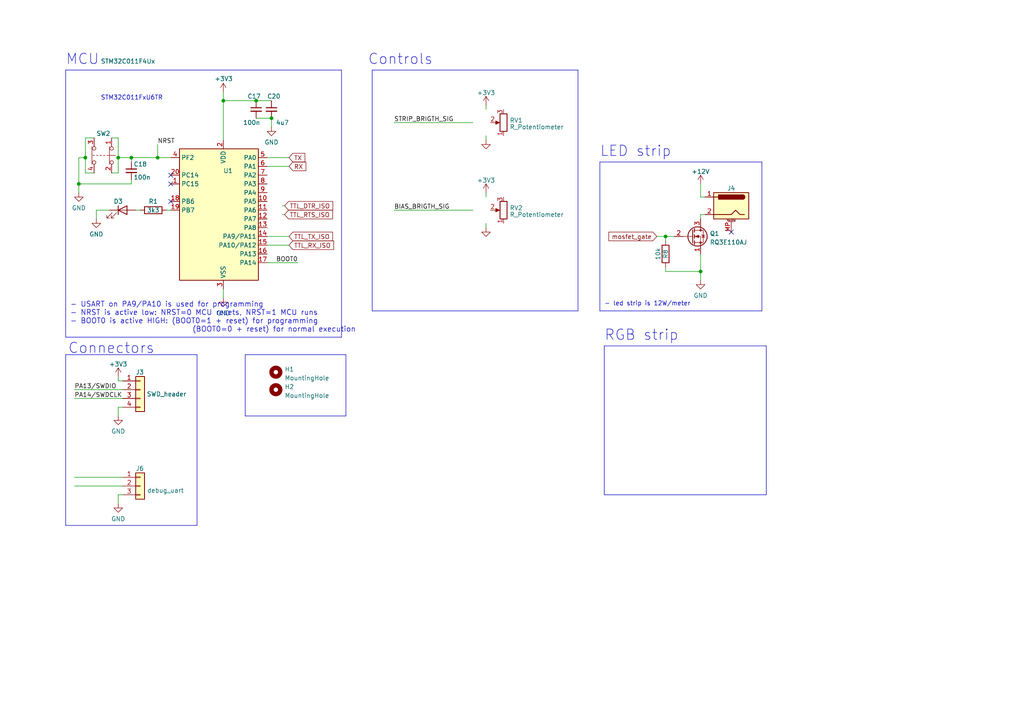
<source format=kicad_sch>
(kicad_sch (version 20230121) (generator eeschema)
  (paper "A4")
  (lib_symbols
    (symbol "Connector:Barrel_Jack_MountingPin" (pin_names hide)
      (property "Reference" "J" (at 0 5.334 0))
      (property "Value" "Barrel_Jack_MountingPin" (at 1.27 -6.35 0))
      (symbol "Barrel_Jack_MountingPin_0_1"
        (rectangle (start -5.08 3.81) (end 5.08 -3.81) (stroke (width 0.254)) (fill (type background)))
        (arc (start -3.302 3.175) (mid -3.9343 2.54) (end -3.302 1.905) (stroke (width 0.254)))
        (arc (start -3.302 3.175) (mid -3.9343 2.54) (end -3.302 1.905) (stroke (width 0.254)) (fill (type outline)))
        (polyline (pts (xy 5.08 2.54) (xy 3.81 2.54)) (stroke (width 0.254)))
        (polyline (pts (xy -3.81 -2.54) (xy -2.54 -2.54) (xy -1.27 -1.27) (xy 0 -2.54) (xy 2.54 -2.54) (xy 5.08 -2.54)) (stroke (width 0.254)))
        (rectangle (start 3.683 3.175) (end -3.302 1.905) (stroke (width 0.254)) (fill (type outline)))
      )
      (symbol "Barrel_Jack_MountingPin_1_1"
        (polyline (pts (xy -1.016 -4.572) (xy 1.016 -4.572)) (stroke (width 0.1524)))
        (text "Mounting" (at 0 -4.191 0) (effects (font (size 0.381 0.381))))
        (pin passive line (at 7.62 2.54 180) (length 2.54) (name "~") (number "1"))
        (pin passive line (at 7.62 -2.54 180) (length 2.54) (name "~") (number "2"))
        (pin passive line (at 0 -7.62 90) (length 3.048) (name "MountPin") (number "MP"))
      )
    )
    (symbol "Connector_Generic:Conn_01x03" (pin_names (offset 1.016) hide)
      (property "Reference" "J" (at 0 5.08 0))
      (property "Value" "Conn_01x03" (at 0 -5.08 0))
      (symbol "Conn_01x03_1_1"
        (rectangle (start -1.27 -2.413) (end 0 -2.667) (stroke (width 0.1524)))
        (rectangle (start -1.27 0.127) (end 0 -0.127) (stroke (width 0.1524)))
        (rectangle (start -1.27 2.667) (end 0 2.413) (stroke (width 0.1524)))
        (rectangle (start -1.27 3.81) (end 1.27 -3.81) (stroke (width 0.254)) (fill (type background)))
        (pin passive line (at -5.08 2.54 0) (length 3.81) (name "Pin_1") (number "1"))
        (pin passive line (at -5.08 0 0) (length 3.81) (name "Pin_2") (number "2"))
        (pin passive line (at -5.08 -2.54 0) (length 3.81) (name "Pin_3") (number "3"))
      )
    )
    (symbol "Connector_Generic:Conn_01x04" (pin_names (offset 1.016) hide)
      (property "Reference" "J" (at 0 5.08 0))
      (property "Value" "Conn_01x04" (at 0 -7.62 0))
      (symbol "Conn_01x04_1_1"
        (rectangle (start -1.27 -4.953) (end 0 -5.207) (stroke (width 0.1524)))
        (rectangle (start -1.27 -2.413) (end 0 -2.667) (stroke (width 0.1524)))
        (rectangle (start -1.27 0.127) (end 0 -0.127) (stroke (width 0.1524)))
        (rectangle (start -1.27 2.667) (end 0 2.413) (stroke (width 0.1524)))
        (rectangle (start -1.27 3.81) (end 1.27 -6.35) (stroke (width 0.254)) (fill (type background)))
        (pin passive line (at -5.08 2.54 0) (length 3.81) (name "Pin_1") (number "1"))
        (pin passive line (at -5.08 0 0) (length 3.81) (name "Pin_2") (number "2"))
        (pin passive line (at -5.08 -2.54 0) (length 3.81) (name "Pin_3") (number "3"))
        (pin passive line (at -5.08 -5.08 0) (length 3.81) (name "Pin_4") (number "4"))
      )
    )
    (symbol "Device:C_Small" (pin_numbers hide) (pin_names (offset 0.254) hide)
      (property "Reference" "C" (at 0.254 1.778 0))
      (property "Value" "C_Small" (at 0.254 -2.032 0))
      (symbol "C_Small_0_1"
        (polyline (pts (xy -1.524 -0.508) (xy 1.524 -0.508)) (stroke (width 0.3302)))
        (polyline (pts (xy -1.524 0.508) (xy 1.524 0.508)) (stroke (width 0.3048)))
      )
      (symbol "C_Small_1_1"
        (pin passive line (at 0 2.54 270) (length 2.032) (name "~") (number "1"))
        (pin passive line (at 0 -2.54 90) (length 2.032) (name "~") (number "2"))
      )
    )
    (symbol "Device:LED" (pin_numbers hide) (pin_names (offset 1.016) hide)
      (property "Reference" "D" (at 0 2.54 0))
      (property "Value" "LED" (at 0 -2.54 0))
      (symbol "LED_0_1"
        (polyline (pts (xy -1.27 -1.27) (xy -1.27 1.27)) (stroke (width 0.254)))
        (polyline (pts (xy -1.27 0) (xy 1.27 0)))
        (polyline (pts (xy 1.27 -1.27) (xy 1.27 1.27) (xy -1.27 0) (xy 1.27 -1.27)) (stroke (width 0.254)))
        (polyline (pts (xy -3.048 -0.762) (xy -4.572 -2.286) (xy -3.81 -2.286) (xy -4.572 -2.286) (xy -4.572 -1.524)))
        (polyline (pts (xy -1.778 -0.762) (xy -3.302 -2.286) (xy -2.54 -2.286) (xy -3.302 -2.286) (xy -3.302 -1.524)))
      )
      (symbol "LED_1_1"
        (pin passive line (at -3.81 0 0) (length 2.54) (name "K") (number "1"))
        (pin passive line (at 3.81 0 180) (length 2.54) (name "A") (number "2"))
      )
    )
    (symbol "Device:R" (pin_numbers hide) (pin_names (offset 0))
      (property "Reference" "R" (at 2.032 0 90))
      (property "Value" "R" (at 0 0 90))
      (symbol "R_0_1"
        (rectangle (start -1.016 -2.54) (end 1.016 2.54) (stroke (width 0.254)))
      )
      (symbol "R_1_1"
        (pin passive line (at 0 3.81 270) (length 1.27) (name "~") (number "1"))
        (pin passive line (at 0 -3.81 90) (length 1.27) (name "~") (number "2"))
      )
    )
    (symbol "Device:R_Potentiometer" (pin_names (offset 1.016) hide)
      (property "Reference" "RV" (at -4.445 0 90))
      (property "Value" "R_Potentiometer" (at -2.54 0 90))
      (symbol "R_Potentiometer_0_1"
        (polyline (pts (xy 2.54 0) (xy 1.524 0)))
        (polyline (pts (xy 1.143 0) (xy 2.286 0.508) (xy 2.286 -0.508) (xy 1.143 0)) (fill (type outline)))
        (rectangle (start 1.016 2.54) (end -1.016 -2.54) (stroke (width 0.254)))
      )
      (symbol "R_Potentiometer_1_1"
        (pin passive line (at 0 3.81 270) (length 1.27) (name "1") (number "1"))
        (pin passive line (at 3.81 0 180) (length 1.27) (name "2") (number "2"))
        (pin passive line (at 0 -3.81 90) (length 1.27) (name "3") (number "3"))
      )
    )
    (symbol "MCU_ST_STM32C0:STM32C011F4Ux"
      (property "Reference" "U" (at -10.16 21.59 0))
      (property "Value" "STM32C011F4Ux" (at 5.08 21.59 0))
      (symbol "STM32C011F4Ux_0_1"
        (rectangle (start -10.16 -17.78) (end 12.7 20.32) (stroke (width 0.254)) (fill (type background)))
      )
      (symbol "STM32C011F4Ux_1_1"
        (pin bidirectional line (at -12.7 10.16 0) (length 2.54) (name "PC15") (number "1"))
        (pin bidirectional line (at 15.24 5.08 180) (length 2.54) (name "PA5") (number "10"))
        (pin bidirectional line (at 15.24 2.54 180) (length 2.54) (name "PA6") (number "11"))
        (pin bidirectional line (at 15.24 0 180) (length 2.54) (name "PA7") (number "12"))
        (pin bidirectional line (at 15.24 -2.54 180) (length 2.54) (name "PA8") (number "13"))
        (pin bidirectional line (at 15.24 -5.08 180) (length 2.54) (name "PA9/PA11") (number "14"))
        (pin bidirectional line (at 15.24 -7.62 180) (length 2.54) (name "PA10/PA12") (number "15"))
        (pin bidirectional line (at 15.24 -10.16 180) (length 2.54) (name "PA13") (number "16"))
        (pin bidirectional line (at 15.24 -12.7 180) (length 2.54) (name "PA14") (number "17"))
        (pin bidirectional line (at -12.7 5.08 0) (length 2.54) (name "PB6") (number "18"))
        (pin bidirectional line (at -12.7 2.54 0) (length 2.54) (name "PB7") (number "19"))
        (pin power_in line (at 2.54 22.86 270) (length 2.54) (name "VDD") (number "2"))
        (pin bidirectional line (at -12.7 12.7 0) (length 2.54) (name "PC14") (number "20"))
        (pin power_in line (at 2.54 -20.32 90) (length 2.54) (name "VSS") (number "3"))
        (pin bidirectional line (at -12.7 17.78 0) (length 2.54) (name "PF2") (number "4"))
        (pin bidirectional line (at 15.24 17.78 180) (length 2.54) (name "PA0") (number "5"))
        (pin bidirectional line (at 15.24 15.24 180) (length 2.54) (name "PA1") (number "6"))
        (pin bidirectional line (at 15.24 12.7 180) (length 2.54) (name "PA2") (number "7"))
        (pin bidirectional line (at 15.24 10.16 180) (length 2.54) (name "PA3") (number "8"))
        (pin bidirectional line (at 15.24 7.62 180) (length 2.54) (name "PA4") (number "9"))
      )
    )
    (symbol "Mechanical:MountingHole" (pin_names (offset 1.016))
      (property "Reference" "H" (at 0 5.08 0))
      (property "Value" "MountingHole" (at 0 3.175 0))
      (symbol "MountingHole_0_1"
        (circle (center 0 0) (radius 1.27) (stroke (width 1.27)))
      )
    )
    (symbol "RQ3E100GNTB:RQ3E110AJ" (pin_names hide)
      (property "Reference" "Q" (at 5.08 1.905 0))
      (property "Value" "RQ3E110AJ" (at 5.08 0 0))
      (symbol "RQ3E110AJ_0_1"
        (polyline (pts (xy 0.254 0) (xy -2.54 0)))
        (polyline (pts (xy 0.254 1.905) (xy 0.254 -1.905)) (stroke (width 0.254)))
        (polyline (pts (xy 0.762 -1.27) (xy 0.762 -2.286)) (stroke (width 0.254)))
        (polyline (pts (xy 0.762 0.508) (xy 0.762 -0.508)) (stroke (width 0.254)))
        (polyline (pts (xy 0.762 2.286) (xy 0.762 1.27)) (stroke (width 0.254)))
        (polyline (pts (xy 2.54 2.54) (xy 2.54 1.778)))
        (polyline (pts (xy 2.54 -2.54) (xy 2.54 0) (xy 0.762 0)))
        (polyline (pts (xy 0.762 -1.778) (xy 3.302 -1.778) (xy 3.302 1.778) (xy 0.762 1.778)))
        (polyline (pts (xy 1.016 0) (xy 2.032 0.381) (xy 2.032 -0.381) (xy 1.016 0)) (fill (type outline)))
        (polyline (pts (xy 2.794 0.508) (xy 2.921 0.381) (xy 3.683 0.381) (xy 3.81 0.254)))
        (polyline (pts (xy 3.302 0.381) (xy 2.921 -0.254) (xy 3.683 -0.254) (xy 3.302 0.381)))
        (circle (center 1.651 0) (radius 2.794) (stroke (width 0.254)))
        (circle (center 2.54 -1.778) (radius 0.254) (fill (type outline)))
        (circle (center 2.54 1.778) (radius 0.254) (fill (type outline)))
      )
      (symbol "RQ3E110AJ_1_1"
        (pin passive line (at 2.54 -5.08 90) (length 2.54) (name "S") (number "1"))
        (pin input line (at -5.08 0 0) (length 2.54) (name "G") (number "2"))
        (pin passive line (at 2.54 5.08 270) (length 2.54) (name "D") (number "3"))
      )
    )
    (symbol "Switch:SW_Push_Open_Dual" (pin_names (offset 1.016) hide)
      (property "Reference" "SW" (at 1.27 2.54 0))
      (property "Value" "SW_Push_Open_Dual" (at 0 -6.985 0))
      (symbol "SW_Push_Open_Dual_0_1"
        (circle (center -2.032 -5.08) (radius 0.508))
        (circle (center -2.032 0) (radius 0.508))
        (polyline (pts (xy 0 -4.953) (xy 0 -5.461)))
        (polyline (pts (xy 0 -3.937) (xy 0 -4.445)))
        (polyline (pts (xy 0 -3.429) (xy 0 -2.921)))
        (polyline (pts (xy 0 -2.413) (xy 0 -1.905)))
        (polyline (pts (xy 0 -1.397) (xy 0 -0.889)))
        (polyline (pts (xy 0 -0.635) (xy 0 1.143)))
        (polyline (pts (xy 2.54 -5.715) (xy -2.54 -5.715)))
        (polyline (pts (xy 2.54 -0.635) (xy -2.54 -0.635)))
        (circle (center 2.032 -5.08) (radius 0.508))
        (circle (center 2.032 0) (radius 0.508))
        (pin passive line (at -5.08 0 0) (length 2.54) (name "1") (number "1"))
        (pin passive line (at 5.08 0 180) (length 2.54) (name "2") (number "2"))
        (pin passive line (at -5.08 -5.08 0) (length 2.54) (name "3") (number "3"))
        (pin passive line (at 5.08 -5.08 180) (length 2.54) (name "4") (number "4"))
      )
    )
    (symbol "power:+12V" (power) (pin_names (offset 0))
      (property "Value" "+12V" (at 0 3.556 0))
      (symbol "+12V_0_1"
        (polyline (pts (xy -0.762 1.27) (xy 0 2.54)))
        (polyline (pts (xy 0 0) (xy 0 2.54)))
        (polyline (pts (xy 0 2.54) (xy 0.762 1.27)))
      )
      (symbol "+12V_1_1"
        (pin power_in line (at 0 0 90) (length 0) hide (name "+12V") (number "1"))
      )
    )
    (symbol "power:+3V3" (power) (pin_names (offset 0))
      (property "Value" "+3V3" (at 0 3.556 0))
      (symbol "+3V3_0_1"
        (polyline (pts (xy -0.762 1.27) (xy 0 2.54)))
        (polyline (pts (xy 0 0) (xy 0 2.54)))
        (polyline (pts (xy 0 2.54) (xy 0.762 1.27)))
      )
      (symbol "+3V3_1_1"
        (pin power_in line (at 0 0 90) (length 0) hide (name "+3V3") (number "1"))
      )
    )
    (symbol "power:GND" (power) (pin_names (offset 0))
      (property "Value" "GND" (at 0 -3.81 0))
      (symbol "GND_0_1"
        (polyline (pts (xy 0 0) (xy 0 -1.27) (xy 1.27 -1.27) (xy 0 -2.54) (xy -1.27 -1.27) (xy 0 -1.27)))
      )
      (symbol "GND_1_1"
        (pin power_in line (at 0 0 270) (length 0) hide (name "GND") (number "1"))
      )
    )
  )
  (junction (at 74.295 29.21))
  (junction (at 24.765 45.72))
  (junction (at 64.77 29.21))
  (junction (at 45.72 45.72))
  (junction (at 34.29 45.72))
  (junction (at 38.1 45.72))
  (junction (at 22.86 53.34))
  (junction (at 193.04 68.58))
  (junction (at 203.2 78.74))
  (junction (at 78.74 34.29))
  (no_connect (at 49.53 58.42))
  (no_connect (at 49.53 53.34))
  (no_connect (at 49.53 50.8))
  (no_connect (at 212.09 67.31))
  (wire (pts (xy 45.72 41.91) (xy 45.72 45.72)))
  (wire (pts (xy 22.86 45.72) (xy 24.765 45.72)))
  (polyline (pts (xy 19.05 102.87) (xy 57.15 102.87)))
  (wire (pts (xy 34.29 118.11) (xy 35.56 118.11)))
  (wire (pts (xy 193.04 68.58) (xy 195.58 68.58)))
  (wire (pts (xy 86.36 76.2) (xy 77.47 76.2)))
  (wire (pts (xy 64.77 83.82) (xy 64.77 86.36)))
  (polyline (pts (xy 175.26 100.33) (xy 175.26 143.51)))
  (wire (pts (xy 193.04 78.74) (xy 203.2 78.74)))
  (wire (pts (xy 34.29 143.51) (xy 34.29 146.05)))
  (wire (pts (xy 32.385 40.005) (xy 34.29 40.005)))
  (wire (pts (xy 83.82 45.72) (xy 77.47 45.72)))
  (wire (pts (xy 203.2 73.66) (xy 203.2 78.74)))
  (wire (pts (xy 34.29 45.72) (xy 38.1 45.72)))
  (wire (pts (xy 82.55 59.69) (xy 81.915 59.69)))
  (wire (pts (xy 38.1 52.07) (xy 38.1 53.34)))
  (wire (pts (xy 140.97 30.48) (xy 140.97 31.75)))
  (wire (pts (xy 31.75 60.96) (xy 27.94 60.96)))
  (wire (pts (xy 203.2 53.34) (xy 203.2 57.15)))
  (wire (pts (xy 34.29 143.51) (xy 35.56 143.51)))
  (wire (pts (xy 83.82 68.58) (xy 77.47 68.58)))
  (polyline (pts (xy 19.05 20.32) (xy 19.05 97.79)))
  (polyline (pts (xy 107.95 20.32) (xy 167.64 20.32)))
  (wire (pts (xy 22.86 53.34) (xy 22.86 55.88)))
  (polyline (pts (xy 175.26 100.33) (xy 222.25 100.33)))
  (polyline (pts (xy 222.25 143.51) (xy 222.25 100.33)))
  (polyline (pts (xy 173.99 46.99) (xy 173.99 90.17)))
  (polyline (pts (xy 19.05 97.79) (xy 99.06 97.79)))
  (polyline (pts (xy 71.12 102.87) (xy 71.12 120.65)))
  (wire (pts (xy 64.77 29.21) (xy 64.77 26.67)))
  (wire (pts (xy 24.765 40.005) (xy 27.305 40.005)))
  (wire (pts (xy 34.29 40.005) (xy 34.29 45.72)))
  (polyline (pts (xy 173.99 46.99) (xy 220.98 46.99)))
  (wire (pts (xy 203.2 57.15) (xy 204.47 57.15)))
  (polyline (pts (xy 100.33 120.65) (xy 71.12 120.65)))
  (wire (pts (xy 21.59 113.03) (xy 35.56 113.03)))
  (polyline (pts (xy 19.05 152.4) (xy 57.15 152.4)))
  (polyline (pts (xy 107.95 90.17) (xy 167.64 90.17)))
  (polyline (pts (xy 220.98 90.17) (xy 220.98 46.99)))
  (wire (pts (xy 193.04 68.58) (xy 193.04 69.85)))
  (polyline (pts (xy 107.95 20.32) (xy 107.95 90.17)))
  (wire (pts (xy 203.2 62.23) (xy 203.2 63.5)))
  (wire (pts (xy 27.305 50.165) (xy 24.765 50.165)))
  (wire (pts (xy 74.295 34.29) (xy 78.74 34.29)))
  (polyline (pts (xy 57.15 152.4) (xy 57.15 102.87)))
  (wire (pts (xy 24.765 45.72) (xy 24.765 50.165)))
  (wire (pts (xy 82.55 62.23) (xy 81.915 62.23)))
  (wire (pts (xy 27.94 60.96) (xy 27.94 63.5)))
  (wire (pts (xy 78.74 34.29) (xy 78.74 36.83)))
  (wire (pts (xy 83.82 48.26) (xy 77.47 48.26)))
  (wire (pts (xy 21.59 138.43) (xy 35.56 138.43)))
  (wire (pts (xy 38.1 45.72) (xy 45.72 45.72)))
  (polyline (pts (xy 71.12 102.87) (xy 100.33 102.87)))
  (wire (pts (xy 203.2 62.23) (xy 204.47 62.23)))
  (wire (pts (xy 21.59 115.57) (xy 35.56 115.57)))
  (wire (pts (xy 74.295 29.21) (xy 78.74 29.21)))
  (wire (pts (xy 64.77 29.21) (xy 74.295 29.21)))
  (wire (pts (xy 34.29 118.11) (xy 34.29 120.65)))
  (wire (pts (xy 40.64 60.96) (xy 39.37 60.96)))
  (wire (pts (xy 22.86 45.72) (xy 22.86 53.34)))
  (wire (pts (xy 140.97 64.77) (xy 140.97 66.04)))
  (polyline (pts (xy 99.06 97.79) (xy 99.06 20.32)))
  (wire (pts (xy 48.26 60.96) (xy 49.53 60.96)))
  (wire (pts (xy 140.97 55.88) (xy 140.97 57.15)))
  (polyline (pts (xy 173.99 90.17) (xy 220.98 90.17)))
  (wire (pts (xy 140.97 39.37) (xy 140.97 40.64)))
  (wire (pts (xy 24.765 40.005) (xy 24.765 45.72)))
  (wire (pts (xy 83.82 71.12) (xy 77.47 71.12)))
  (wire (pts (xy 64.77 29.21) (xy 64.77 40.64)))
  (wire (pts (xy 45.72 45.72) (xy 49.53 45.72)))
  (wire (pts (xy 114.3 35.56) (xy 137.16 35.56)))
  (wire (pts (xy 114.3 60.96) (xy 137.16 60.96)))
  (wire (pts (xy 203.2 78.74) (xy 203.2 81.28)))
  (wire (pts (xy 22.86 53.34) (xy 38.1 53.34)))
  (polyline (pts (xy 19.05 20.32) (xy 99.06 20.32)))
  (wire (pts (xy 34.29 50.165) (xy 32.385 50.165)))
  (wire (pts (xy 34.29 45.72) (xy 34.29 50.165)))
  (polyline (pts (xy 167.64 90.17) (xy 167.64 20.32)))
  (wire (pts (xy 21.59 140.97) (xy 35.56 140.97)))
  (wire (pts (xy 38.1 45.72) (xy 38.1 46.99)))
  (polyline (pts (xy 19.05 102.87) (xy 19.05 152.4)))
  (wire (pts (xy 190.5 68.58) (xy 193.04 68.58)))
  (wire (pts (xy 34.29 109.22) (xy 34.29 110.49)))
  (polyline (pts (xy 175.26 143.51) (xy 222.25 143.51)))
  (wire (pts (xy 34.29 110.49) (xy 35.56 110.49)))
  (wire (pts (xy 193.04 77.47) (xy 193.04 78.74)))
  (polyline (pts (xy 100.33 102.87) (xy 100.33 120.65)))
  (text "STM32C011FxU6TR" (at 29.21 29.21 0) (effects (font (size 1.27 1.27)) (justify left bottom)))
  (text "MCU" (at 19.05 19.05 0) (effects (font (size 3 3)) (justify left bottom)))
  (text "RGB strip" (at 175.26 99.06 0) (effects (font (size 3 3)) (justify left bottom)))
  (text "Connectors" (at 19.685 102.87 0) (effects (font (size 3 3)) (justify left bottom)))
  (text "LED strip" (at 173.99 45.72 0) (effects (font (size 3 3)) (justify left bottom)))
  (text "- USART on PA9/PA10 is used for programming\n- NRST is active low: NRST=0 MCU resets, NRST=1 MCU runs\n- BOOT0 is active HIGH: (BOOT0=1 + reset) for programming\n                               (BOOT0=0 + reset) for normal execution" (at 20.32 96.52 0) (effects (font (size 1.5 1.5)) (justify left bottom)))
  (text "Controls" (at 106.68 19.05 0) (effects (font (size 3 3)) (justify left bottom)))
  (text "- led strip is 12W/meter" (at 175.26 88.9 0) (effects (font (size 1.27 1.27)) (justify left bottom)))
  (label "PA13{slash}SWDIO" (at 21.59 113.03 0))
  (label "PA14{slash}SWDCLK" (at 21.59 115.57 0))
  (label "STRIP_BRIGTH_SIG" (at 114.3 35.56 0))
  (label "NRST" (at 45.72 41.91 0))
  (label "BIAS_BRIGTH_SIG" (at 114.3 60.96 0))
  (label "BOOT0" (at 86.36 76.2 180))
  (global_label "TTL_RX_ISO" (shape input) (at 83.82 71.12 0) (property "Intersheetrefs" "${INTERSHEET_REFS}" (effects hide)))
  (global_label "TX" (shape input) (at 83.82 45.72 0) (property "Intersheetrefs" "${INTERSHEET_REFS}" (effects hide)))
  (global_label "TTL_RTS_ISO" (shape input) (at 82.55 62.23 0) (property "Intersheetrefs" "${INTERSHEET_REFS}" (effects hide)))
  (global_label "mosfet_gate" (shape input) (at 190.5 68.58 180) (property "Intersheetrefs" "${INTERSHEET_REFS}" (effects hide)))
  (global_label "TTL_TX_ISO" (shape input) (at 83.82 68.58 0) (property "Intersheetrefs" "${INTERSHEET_REFS}" (effects hide)))
  (global_label "TTL_DTR_ISO" (shape input) (at 82.55 59.69 0) (property "Intersheetrefs" "${INTERSHEET_REFS}" (effects hide)))
  (global_label "RX" (shape input) (at 83.82 48.26 0) (property "Intersheetrefs" "${INTERSHEET_REFS}" (effects hide)))
  (symbol (lib_id "power:GND") (at 203.2 81.28 0) (unit 1)
    (property "Reference" "#PWR0119" (effects hide))
    (property "Value" "GND" (at 203.2 85.7234 0))
  )
  (symbol (lib_id "power:GND") (at 140.97 40.64 0) (unit 1)
    (property "Reference" "#PWR0127" (effects hide))
    (property "Value" "GND" (effects hide))
  )
  (symbol (lib_id "power:+3V3") (at 64.77 26.67 0) (unit 1)
    (property "Reference" "#PWR07" (effects hide))
    (property "Value" "+3V3" (at 62.23 22.86 0) (effects (justify left)))
  )
  (symbol (lib_id "Device:R") (at 193.04 73.66 0) (unit 1)
    (property "Reference" "R8" (at 193.04 73.66 90))
    (property "Value" "10k" (at 190.8611 73.66 90))
    (property "Footprint" "Resistor_SMD:R_0603_1608Metric" (effects hide))
  )
  (symbol (lib_id "power:+3V3") (at 34.29 109.22 0) (unit 1)
    (property "Reference" "#PWR0115" (effects hide))
    (property "Value" "+3V3" (at 34.29 105.6442 0))
  )
  (symbol (lib_id "power:+3V3") (at 140.97 30.48 0) (unit 1)
    (property "Reference" "#PWR0126" (effects hide))
    (property "Value" "+3V3" (at 140.97 26.9042 0))
  )
  (symbol (lib_id "Switch:SW_Push_Open_Dual") (at 32.385 45.085 270) (unit 1)
    (property "Reference" "SW2" (at 27.94 38.735 90) (effects (justify left)))
    (property "Value" "SW_Push_Open_Dual" (effects hide))
    (property "Footprint" "SKRPACE010:SW_SKRPACE010" (effects hide))
  )
  (symbol (lib_id "Device:C_Small") (at 74.295 31.75 0) (unit 1)
    (property "Reference" "C17" (at 71.755 27.94 0) (effects (justify left)))
    (property "Value" "100n" (at 70.485 35.56 0) (effects (justify left)))
    (property "Footprint" "Capacitor_SMD:C_0603_1608Metric" (effects hide))
  )
  (symbol (lib_id "power:+12V") (at 203.2 53.34 0) (unit 1)
    (property "Reference" "#PWR0118" (effects hide))
    (property "Value" "+12V" (at 203.2 49.7642 0))
  )
  (symbol (lib_id "power:GND") (at 78.74 36.83 0) (unit 1)
    (property "Reference" "#PWR08" (effects hide))
    (property "Value" "GND" (at 78.74 41.2734 0))
  )
  (symbol (lib_id "Connector:Barrel_Jack_MountingPin") (at 212.09 59.69 0) (mirror y) (unit 1)
    (property "Reference" "J4" (at 212.09 54.61 0))
    (property "Value" "Barrel_Jack_MountingPin" (effects hide))
    (property "Footprint" "Connector_BarrelJack:BarrelJack_GCT_DCJ200-10-A_Horizontal" (effects hide))
  )
  (symbol (lib_id "Mechanical:MountingHole") (at 80.01 113.03 0) (unit 1)
    (property "Reference" "H2" (at 82.55 112.1953 0) (effects (justify left)))
    (property "Value" "MountingHole" (at 82.55 114.7322 0) (effects (justify left)))
    (property "Footprint" "MountingHole:MountingHole_3.2mm_M3_Pad_TopBottom" (effects hide))
  )
  (symbol (lib_id "Mechanical:MountingHole") (at 80.01 107.95 0) (unit 1)
    (property "Reference" "H1" (at 82.55 107.1153 0) (effects (justify left)))
    (property "Value" "MountingHole" (at 82.55 109.6522 0) (effects (justify left)))
    (property "Footprint" "MountingHole:MountingHole_3.2mm_M3_Pad_TopBottom" (effects hide))
  )
  (symbol (lib_id "Device:R") (at 44.45 60.96 270) (unit 1)
    (property "Reference" "R1" (at 44.45 58.42 90))
    (property "Value" "3k3" (at 44.45 60.96 90))
    (property "Footprint" "Resistor_SMD:R_0603_1608Metric" (effects hide))
  )
  (symbol (lib_id "power:GND") (at 64.77 86.36 0) (unit 1)
    (property "Reference" "#PWR06" (effects hide))
    (property "Value" "GND" (at 64.77 90.8034 0))
  )
  (symbol (lib_id "Connector_Generic:Conn_01x04") (at 40.64 113.03 0) (unit 1)
    (property "Reference" "J3" (at 39.37 107.95 0) (effects (justify left)))
    (property "Value" "SWD_header" (at 42.545 114.3 0) (effects (justify left)))
    (property "Footprint" "Connector_PinHeader_2.54mm:PinHeader_1x04_P2.54mm_Vertical" (effects hide))
  )
  (symbol (lib_id "power:GND") (at 34.29 120.65 0) (unit 1)
    (property "Reference" "#PWR0134" (effects hide))
    (property "Value" "GND" (at 34.29 125.0934 0))
  )
  (symbol (lib_id "power:GND") (at 140.97 66.04 0) (unit 1)
    (property "Reference" "#PWR011" (effects hide))
    (property "Value" "GND" (effects hide))
  )
  (symbol (lib_id "power:GND") (at 27.94 63.5 0) (unit 1)
    (property "Reference" "#PWR05" (effects hide))
    (property "Value" "GND" (at 27.94 67.9434 0))
  )
  (symbol (lib_id "power:GND") (at 22.86 55.88 0) (unit 1)
    (property "Reference" "#PWR09" (effects hide))
    (property "Value" "GND" (at 22.86 60.3234 0))
  )
  (symbol (lib_id "Device:R_Potentiometer") (at 146.05 60.96 180) (unit 1)
    (property "Reference" "RV2" (at 147.828 60.3163 0) (effects (justify right)))
    (property "Value" "R_Potentiometer" (at 147.828 62.2373 0) (effects (justify right)))
    (property "Footprint" "Potentiometer_THT:Potentiometer_Alps_RK09L_Single_Vertical" (effects hide))
  )
  (symbol (lib_id "RQ3E100GNTB:RQ3E110AJ") (at 200.66 68.58 0) (unit 1)
    (property "Reference" "Q1" (at 205.867 67.7453 0) (effects (justify left)))
    (property "Value" "RQ3E110AJ" (at 205.867 70.2822 0) (effects (justify left)))
    (property "Footprint" "SOTFL65P330X80-8N:SOTFL65P330X80-8N" (effects hide))
    (property "Datasheet" "https://www.infineon.com/dgdl/Infineon-BSB008NE2LX-DS-v02_00-EN.pdf?fileId=db3a30432e564707012e5745ca7d000e" (effects hide))
  )
  (symbol (lib_id "Device:LED") (at 35.56 60.96 0) (unit 1)
    (property "Reference" "D3" (at 34.29 58.42 0))
    (property "Value" "RED" (effects hide))
    (property "Footprint" "LED_SMD:LED_0603_1608Metric" (effects hide))
  )
  (symbol (lib_id "Connector_Generic:Conn_01x03") (at 40.64 140.97 0) (unit 1)
    (property "Reference" "J6" (at 39.37 135.89 0) (effects (justify left)))
    (property "Value" "debug_uart" (at 42.672 142.2473 0) (effects (justify left)))
    (property "Footprint" "Connector_PinHeader_2.54mm:PinHeader_1x03_P2.54mm_Vertical" (effects hide))
  )
  (symbol (lib_id "power:GND") (at 34.29 146.05 0) (unit 1)
    (property "Reference" "#PWR02" (effects hide))
    (property "Value" "GND" (at 34.29 150.4934 0))
  )
  (symbol (lib_id "power:+3V3") (at 140.97 55.88 0) (unit 1)
    (property "Reference" "#PWR010" (effects hide))
    (property "Value" "+3V3" (at 140.97 52.3042 0))
  )
  (symbol (lib_id "MCU_ST_STM32C0:STM32C011F4Ux") (at 62.23 63.5 0) (unit 1)
    (property "Reference" "U1" (at 64.77 49.53 0) (effects (justify left)))
    (property "Value" "STM32C011F4Ux" (at 29.21 17.78 0) (effects (justify left)))
    (property "Footprint" "Package_DFN_QFN:ST_UFQFPN-20_3x3mm_P0.5mm" (effects hide))
    (property "Datasheet" "https://www.st.com/resource/en/datasheet/stm32c011f4.pdf" (effects hide))
  )
  (symbol (lib_id "Device:C_Small") (at 38.1 49.53 0) (unit 1)
    (property "Reference" "C18" (at 38.735 47.625 0) (effects (justify left)))
    (property "Value" "100n" (at 38.735 51.435 0) (effects (justify left)))
    (property "Footprint" "Capacitor_SMD:C_0603_1608Metric" (effects hide))
  )
  (symbol (lib_id "Device:C_Small") (at 78.74 31.75 0) (unit 1)
    (property "Reference" "C20" (at 77.47 27.94 0) (effects (justify left)))
    (property "Value" "4u7" (at 80.01 35.56 0) (effects (justify left)))
    (property "Footprint" "Capacitor_SMD:C_0603_1608Metric" (effects hide))
  )
  (symbol (lib_id "Device:R_Potentiometer") (at 146.05 35.56 180) (unit 1)
    (property "Reference" "RV1" (at 147.828 34.9163 0) (effects (justify right)))
    (property "Value" "R_Potentiometer" (at 147.828 36.8373 0) (effects (justify right)))
    (property "Footprint" "Potentiometer_THT:Potentiometer_Alps_RK09L_Single_Vertical" (effects hide))
  )
)
</source>
